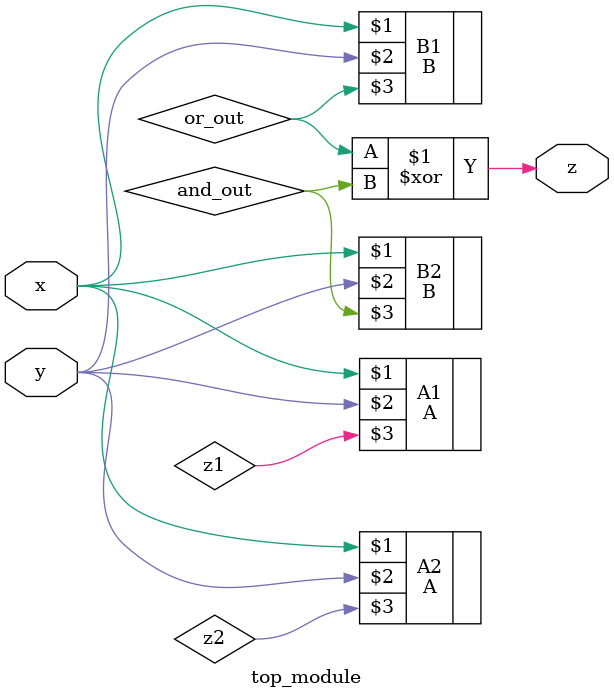
<source format=sv>
module top_module(
    input x,
    input y,
    output z);
    
    wire z1, z2, or_out, and_out;
    A A1(x, y, z1);
    A A2(x, y, z2);
    B B1(x, y, or_out);
    B B2(x, y, and_out);

    assign z = or_out ^ and_out;
    
endmodule

</source>
